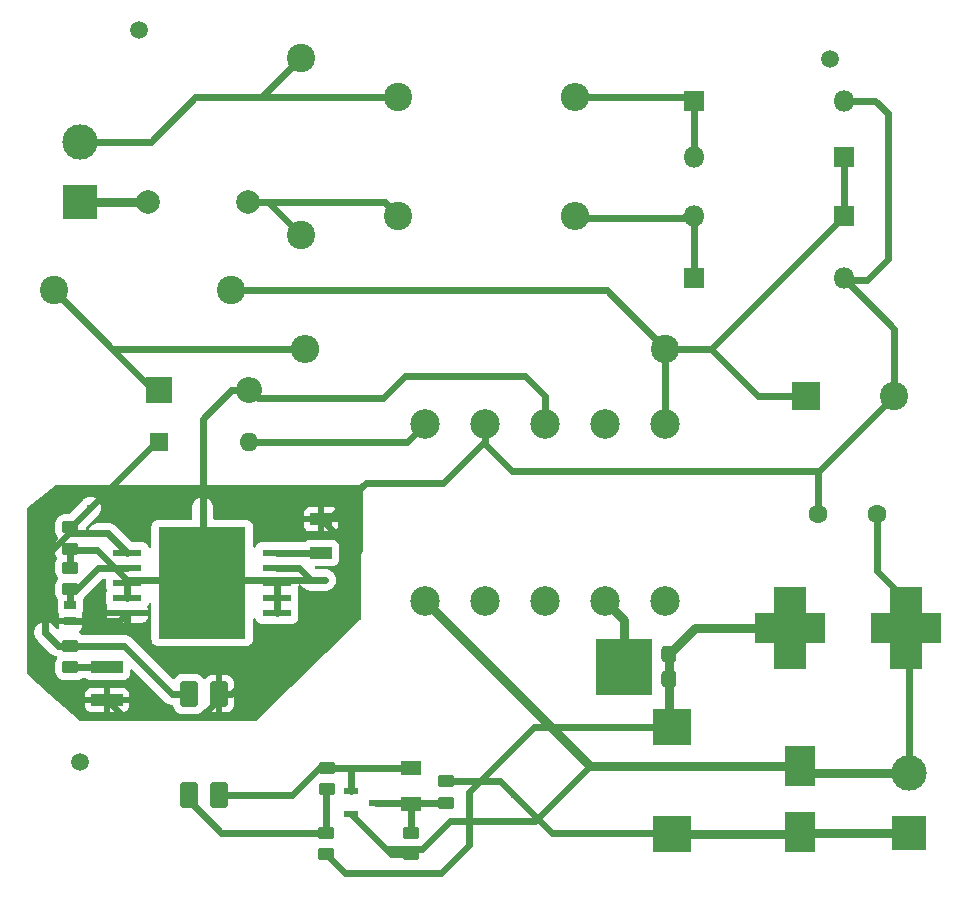
<source format=gbr>
%TF.GenerationSoftware,KiCad,Pcbnew,8.0.8*%
%TF.CreationDate,2025-03-04T11:57:41-03:00*%
%TF.ProjectId,switched_power_supply,73776974-6368-4656-945f-706f7765725f,rev?*%
%TF.SameCoordinates,Original*%
%TF.FileFunction,Copper,L1,Top*%
%TF.FilePolarity,Positive*%
%FSLAX46Y46*%
G04 Gerber Fmt 4.6, Leading zero omitted, Abs format (unit mm)*
G04 Created by KiCad (PCBNEW 8.0.8) date 2025-03-04 11:57:41*
%MOMM*%
%LPD*%
G01*
G04 APERTURE LIST*
G04 Aperture macros list*
%AMRoundRect*
0 Rectangle with rounded corners*
0 $1 Rounding radius*
0 $2 $3 $4 $5 $6 $7 $8 $9 X,Y pos of 4 corners*
0 Add a 4 corners polygon primitive as box body*
4,1,4,$2,$3,$4,$5,$6,$7,$8,$9,$2,$3,0*
0 Add four circle primitives for the rounded corners*
1,1,$1+$1,$2,$3*
1,1,$1+$1,$4,$5*
1,1,$1+$1,$6,$7*
1,1,$1+$1,$8,$9*
0 Add four rect primitives between the rounded corners*
20,1,$1+$1,$2,$3,$4,$5,0*
20,1,$1+$1,$4,$5,$6,$7,0*
20,1,$1+$1,$6,$7,$8,$9,0*
20,1,$1+$1,$8,$9,$2,$3,0*%
G04 Aperture macros list end*
%TA.AperFunction,ComponentPad*%
%ADD10R,1.800000X1.800000*%
%TD*%
%TA.AperFunction,ComponentPad*%
%ADD11O,1.800000X1.800000*%
%TD*%
%TA.AperFunction,SMDPad,CuDef*%
%ADD12RoundRect,0.250000X0.450000X-0.262500X0.450000X0.262500X-0.450000X0.262500X-0.450000X-0.262500X0*%
%TD*%
%TA.AperFunction,SMDPad,CuDef*%
%ADD13R,2.800000X2.200000*%
%TD*%
%TA.AperFunction,SMDPad,CuDef*%
%ADD14R,6.000000X2.500000*%
%TD*%
%TA.AperFunction,SMDPad,CuDef*%
%ADD15RoundRect,0.250000X-0.450000X0.262500X-0.450000X-0.262500X0.450000X-0.262500X0.450000X0.262500X0*%
%TD*%
%TA.AperFunction,ComponentPad*%
%ADD16C,2.500000*%
%TD*%
%TA.AperFunction,SMDPad,CuDef*%
%ADD17R,1.250000X0.600000*%
%TD*%
%TA.AperFunction,SMDPad,CuDef*%
%ADD18R,1.800000X1.150000*%
%TD*%
%TA.AperFunction,ComponentPad*%
%ADD19R,3.000000X3.000000*%
%TD*%
%TA.AperFunction,ComponentPad*%
%ADD20C,3.000000*%
%TD*%
%TA.AperFunction,SMDPad,CuDef*%
%ADD21RoundRect,0.317500X-0.317500X0.382500X-0.317500X-0.382500X0.317500X-0.382500X0.317500X0.382500X0*%
%TD*%
%TA.AperFunction,SMDPad,CuDef*%
%ADD22R,4.720000X4.800000*%
%TD*%
%TA.AperFunction,SMDPad,CuDef*%
%ADD23R,0.980000X0.780000*%
%TD*%
%TA.AperFunction,SMDPad,CuDef*%
%ADD24R,2.450000X0.630000*%
%TD*%
%TA.AperFunction,SMDPad,CuDef*%
%ADD25R,7.400000X9.500000*%
%TD*%
%TA.AperFunction,SMDPad,CuDef*%
%ADD26R,2.500000X3.500000*%
%TD*%
%TA.AperFunction,SMDPad,CuDef*%
%ADD27RoundRect,0.185000X0.555000X-0.890000X0.555000X0.890000X-0.555000X0.890000X-0.555000X-0.890000X0*%
%TD*%
%TA.AperFunction,ComponentPad*%
%ADD28C,2.400000*%
%TD*%
%TA.AperFunction,ComponentPad*%
%ADD29O,2.400000X2.400000*%
%TD*%
%TA.AperFunction,SMDPad,CuDef*%
%ADD30R,3.200000X3.050000*%
%TD*%
%TA.AperFunction,ComponentPad*%
%ADD31R,1.600000X1.600000*%
%TD*%
%TA.AperFunction,ComponentPad*%
%ADD32O,1.600000X1.600000*%
%TD*%
%TA.AperFunction,SMDPad,CuDef*%
%ADD33C,1.500000*%
%TD*%
%TA.AperFunction,SMDPad,CuDef*%
%ADD34R,1.870000X1.030000*%
%TD*%
%TA.AperFunction,ComponentPad*%
%ADD35R,2.400000X2.400000*%
%TD*%
%TA.AperFunction,ComponentPad*%
%ADD36R,2.200000X2.200000*%
%TD*%
%TA.AperFunction,ComponentPad*%
%ADD37O,2.200000X2.200000*%
%TD*%
%TA.AperFunction,SMDPad,CuDef*%
%ADD38R,2.720000X1.020000*%
%TD*%
%TA.AperFunction,ComponentPad*%
%ADD39C,2.000000*%
%TD*%
%TA.AperFunction,ComponentPad*%
%ADD40C,1.600000*%
%TD*%
%TA.AperFunction,ViaPad*%
%ADD41C,0.600000*%
%TD*%
%TA.AperFunction,Conductor*%
%ADD42C,0.600000*%
%TD*%
%TA.AperFunction,Conductor*%
%ADD43C,0.800000*%
%TD*%
G04 APERTURE END LIST*
D10*
%TO.P,D1d3,1,K*%
%TO.N,/BarP*%
X176700000Y-67225000D03*
D11*
%TO.P,D1d3,2,A*%
%TO.N,Net-(D1d1-K)*%
X164000000Y-67225000D03*
%TD*%
D12*
%TO.P,R2,1,1*%
%TO.N,Net-(C4-Pad1)*%
X111213800Y-105458900D03*
%TO.P,R2,2,2*%
%TO.N,/Cmp*%
X111213800Y-103633900D03*
%TD*%
D10*
%TO.P,D1d2,1,K*%
%TO.N,/BarP*%
X176700000Y-62225000D03*
D11*
%TO.P,D1d2,2,A*%
%TO.N,Net-(D1d2-A)*%
X164000000Y-62225000D03*
%TD*%
D13*
%TO.P,C9,*%
%TO.N,Terra*%
X182000000Y-99800000D03*
%TO.N,Net-(D4-K)*%
X172100000Y-99800000D03*
%TO.N,Terra*%
X182000000Y-104500000D03*
%TO.N,Net-(D4-K)*%
X172100000Y-104500000D03*
D14*
%TO.P,C9,1,1*%
X172100000Y-102150000D03*
%TO.P,C9,2,2*%
%TO.N,Terra*%
X182000000Y-102150000D03*
%TD*%
D15*
%TO.P,R8,1,1*%
%TO.N,Net-(C10-Pad2)*%
X140088500Y-119461000D03*
%TO.P,R8,2,2*%
%TO.N,Terra*%
X140088500Y-121286000D03*
%TD*%
D16*
%TO.P,T1,1*%
%TO.N,N/C*%
X161544000Y-99888500D03*
%TO.P,T1,2,2*%
%TO.N,Net-(D4-A)*%
X156464000Y-99888500D03*
%TO.P,T1,3*%
%TO.N,N/C*%
X151384000Y-99888500D03*
%TO.P,T1,4*%
X146304000Y-99888500D03*
%TO.P,T1,5,5*%
%TO.N,Terra*%
X141224000Y-99888500D03*
%TO.P,T1,6,6*%
%TO.N,Net-(D2-A)*%
X141224000Y-84888500D03*
%TO.P,T1,7,7*%
%TO.N,GND*%
X146304000Y-84888500D03*
%TO.P,T1,8,8*%
%TO.N,/Drain*%
X151384000Y-84888500D03*
%TO.P,T1,9*%
%TO.N,N/C*%
X156464000Y-84888500D03*
%TO.P,T1,10,10*%
%TO.N,/BarP*%
X161544000Y-84888500D03*
%TD*%
D17*
%TO.P,U2,1,1*%
%TO.N,Net-(U3-Cath)*%
X134974500Y-115971000D03*
%TO.P,U2,2,2*%
%TO.N,Terra*%
X134974500Y-117871000D03*
%TO.P,U2,3,3*%
%TO.N,Net-(C10-Pad2)*%
X137074500Y-116921000D03*
%TD*%
D12*
%TO.P,R5,1,1*%
%TO.N,Net-(U3-Anode)*%
X132976500Y-115801500D03*
%TO.P,R5,2,2*%
%TO.N,Net-(U3-Cath)*%
X132976500Y-113976500D03*
%TD*%
D18*
%TO.P,C10,1,1*%
%TO.N,Net-(U3-Cath)*%
X140088500Y-114024000D03*
%TO.P,C10,2,2*%
%TO.N,Net-(C10-Pad2)*%
X140088500Y-117024000D03*
%TD*%
D10*
%TO.P,D1d1,1,K*%
%TO.N,Net-(D1d1-K)*%
X164000000Y-72500000D03*
D11*
%TO.P,D1d1,2,A*%
%TO.N,GND*%
X176700000Y-72500000D03*
%TD*%
D19*
%TO.P,V1,1,1*%
%TO.N,Net-(F1-Pad1)*%
X112050000Y-66040000D03*
D20*
%TO.P,V1,2,2*%
%TO.N,Net-(C3-Pad2)*%
X112050000Y-60960000D03*
%TD*%
D21*
%TO.P,D4,1,K*%
%TO.N,Net-(D4-K)*%
X161872000Y-104370000D03*
X161872000Y-106450000D03*
D22*
%TO.P,D4,3,A*%
%TO.N,Net-(D4-A)*%
X158067000Y-105410000D03*
%TD*%
D23*
%TO.P,C2,1,1*%
%TO.N,/Osc*%
X111213800Y-100163400D03*
%TO.P,C2,2,2*%
%TO.N,GND*%
X111213800Y-101563400D03*
%TD*%
D24*
%TO.P,IC1,1,NC_1*%
%TO.N,Net-(IC1-NC_1)*%
X128699800Y-100863400D03*
%TO.P,IC1,2,NC_2*%
X128699800Y-99593400D03*
%TO.P,IC1,3,NC_3*%
X128699800Y-98323400D03*
%TO.P,IC1,4,VDD*%
%TO.N,/Vdd*%
X128699800Y-97053400D03*
%TO.P,IC1,5,TOVL*%
%TO.N,/TOVL*%
X128699800Y-95783400D03*
%TO.P,IC1,6,COMP*%
%TO.N,/Cmp*%
X116039800Y-95783400D03*
%TO.P,IC1,7,OSC*%
%TO.N,/Osc*%
X116039800Y-97053400D03*
%TO.P,IC1,8,NC_4*%
%TO.N,Net-(IC1-NC_4)*%
X116039800Y-98323400D03*
%TO.P,IC1,9,NC_5*%
X116039800Y-99593400D03*
%TO.P,IC1,10,SOURCE*%
%TO.N,GND*%
X116039800Y-100863400D03*
D25*
%TO.P,IC1,11,DRAIN*%
%TO.N,/Drain*%
X122369800Y-98323400D03*
%TD*%
D15*
%TO.P,R1,1,1*%
%TO.N,/Vdd*%
X111213800Y-97029900D03*
%TO.P,R1,2,2*%
%TO.N,/Osc*%
X111213800Y-98854900D03*
%TD*%
D26*
%TO.P,C11,1,1*%
%TO.N,/Vout*%
X173024800Y-119436800D03*
%TO.P,C11,2,2*%
%TO.N,Terra*%
X173024800Y-113836800D03*
%TD*%
D27*
%TO.P,U3,1,Anode*%
%TO.N,Net-(U3-Anode)*%
X121262300Y-116280000D03*
%TO.P,U3,2,Cath*%
%TO.N,Net-(U3-Cath)*%
X123802300Y-116280000D03*
%TO.P,U3,3,Emitter*%
%TO.N,GND*%
X123802300Y-107720000D03*
%TO.P,U3,4,Collector*%
%TO.N,/Cmp*%
X121262300Y-107720000D03*
%TD*%
D28*
%TO.P,R4,1,1*%
%TO.N,/BarP*%
X161595000Y-78500000D03*
D29*
%TO.P,R4,2,2*%
%TO.N,Net-(D3-K)*%
X131115000Y-78500000D03*
%TD*%
D10*
%TO.P,D1d4,1,K*%
%TO.N,Net-(D1d2-A)*%
X164000000Y-57500000D03*
D11*
%TO.P,D1d4,2,A*%
%TO.N,GND*%
X176700000Y-57500000D03*
%TD*%
D28*
%TO.P,C3,1,1*%
%TO.N,Net-(C3-Pad1)*%
X130700000Y-68850000D03*
%TO.P,C3,2,2*%
%TO.N,Net-(C3-Pad2)*%
X130700000Y-53850000D03*
%TD*%
D19*
%TO.P,V2,1,1*%
%TO.N,/Vout*%
X182245000Y-119507000D03*
D20*
%TO.P,V2,2,2*%
%TO.N,Terra*%
X182245000Y-114427000D03*
%TD*%
D28*
%TO.P,C3b1,1,1*%
%TO.N,/BarP*%
X124800000Y-73550000D03*
%TO.P,C3b1,2,2*%
%TO.N,Net-(D3-K)*%
X109800000Y-73550000D03*
%TD*%
D30*
%TO.P,L2,1*%
%TO.N,Net-(D4-K)*%
X162179000Y-110562000D03*
%TO.P,L2,2*%
%TO.N,/Vout*%
X162179000Y-119562000D03*
%TD*%
D31*
%TO.P,D2,1,K*%
%TO.N,Net-(D2-K)*%
X118745000Y-86360000D03*
D32*
%TO.P,D2,2,A*%
%TO.N,Net-(D2-A)*%
X126365000Y-86360000D03*
%TD*%
D33*
%TO.P,REF\u002A\u002A,*%
%TO.N,*%
X112000000Y-113500000D03*
%TD*%
%TO.P,REF\u002A\u002A,*%
%TO.N,*%
X117000000Y-51500000D03*
%TD*%
D34*
%TO.P,C6,1,1*%
%TO.N,/TOVL*%
X132422800Y-95783400D03*
%TO.P,C6,2,2*%
%TO.N,GND*%
X132422800Y-92943400D03*
%TD*%
D35*
%TO.P,C7,1,1*%
%TO.N,/BarP*%
X173487246Y-82500000D03*
D28*
%TO.P,C7,2,2*%
%TO.N,GND*%
X180987246Y-82500000D03*
%TD*%
D36*
%TO.P,D3,1,K*%
%TO.N,Net-(D3-K)*%
X118745000Y-82000000D03*
D37*
%TO.P,D3,2,A*%
%TO.N,/Drain*%
X126365000Y-82000000D03*
%TD*%
D12*
%TO.P,R3,1,1*%
%TO.N,/Vdd*%
X111213800Y-95449400D03*
%TO.P,R3,2,2*%
%TO.N,Net-(D2-K)*%
X111213800Y-93624400D03*
%TD*%
%TO.P,R6,1,1*%
%TO.N,Net-(D4-K)*%
X132849500Y-121286000D03*
%TO.P,R6,2,2*%
%TO.N,Net-(U3-Anode)*%
X132849500Y-119461000D03*
%TD*%
D38*
%TO.P,C4,1,1*%
%TO.N,Net-(C4-Pad1)*%
X114300000Y-105450000D03*
%TO.P,C4,2,2*%
%TO.N,GND*%
X114300000Y-108250000D03*
%TD*%
D39*
%TO.P,F1,1,1*%
%TO.N,Net-(F1-Pad1)*%
X117750000Y-66110000D03*
%TO.P,F1,2,2*%
%TO.N,Net-(C3-Pad1)*%
X126250000Y-66110000D03*
%TD*%
D33*
%TO.P,REF\u002A\u002A,*%
%TO.N,*%
X175500000Y-54000000D03*
%TD*%
D40*
%TO.P,C5,1,1*%
%TO.N,GND*%
X174500000Y-92500000D03*
%TO.P,C5,2,2*%
%TO.N,Terra*%
X179500000Y-92500000D03*
%TD*%
D28*
%TO.P,L1,1,1*%
%TO.N,Net-(C3-Pad2)*%
X138975000Y-57225000D03*
D29*
%TO.P,L1,2,2*%
%TO.N,Net-(D1d2-A)*%
X153975000Y-57225000D03*
D28*
%TO.P,L1,3,3*%
%TO.N,Net-(C3-Pad1)*%
X138975000Y-67225000D03*
D29*
%TO.P,L1,4,4*%
%TO.N,Net-(D1d1-K)*%
X153975000Y-67225000D03*
%TD*%
D15*
%TO.P,R7,1,1*%
%TO.N,/Vout*%
X143009500Y-115119500D03*
%TO.P,R7,2,2*%
%TO.N,Net-(C10-Pad2)*%
X143009500Y-116944500D03*
%TD*%
D41*
%TO.N,/Drain*%
X122400000Y-92000000D03*
%TO.N,/Cmp*%
X109054800Y-102514400D03*
X113626800Y-94132400D03*
%TO.N,/Vdd*%
X132803800Y-98069400D03*
X113499800Y-95529400D03*
%TO.N,Net-(D2-K)*%
X112900000Y-91950000D03*
%TO.N,Net-(D4-K)*%
X145000000Y-120000000D03*
X156000000Y-110500000D03*
%TO.N,/Vout*%
X148750000Y-116250000D03*
%TD*%
D42*
%TO.N,GND*%
X117769800Y-103973400D02*
X116039800Y-102243400D01*
X133146600Y-92943400D02*
X132422800Y-92943400D01*
X142750000Y-89880000D02*
X136210000Y-89880000D01*
X146304000Y-86326000D02*
X142750000Y-89880000D01*
X123802300Y-107720000D02*
X124850257Y-107720000D01*
X134257800Y-94778400D02*
X132422800Y-92943400D01*
X134257800Y-98312457D02*
X134257800Y-94778400D01*
X116039800Y-102243400D02*
X116039800Y-100863400D01*
X115745000Y-109695000D02*
X122271846Y-109695000D01*
X114300000Y-108250000D02*
X115745000Y-109695000D01*
X122271846Y-109695000D02*
X123802300Y-108164546D01*
X136210000Y-89880000D02*
X133146600Y-92943400D01*
X123802300Y-108164546D02*
X123802300Y-107720000D01*
X116039800Y-100863400D02*
X115339800Y-101563400D01*
X124850257Y-107720000D02*
X134257800Y-98312457D01*
X128596856Y-103973400D02*
X117769800Y-103973400D01*
X146304000Y-84888500D02*
X146304000Y-86326000D01*
X129110128Y-103460128D02*
X128596856Y-103973400D01*
X115339800Y-101563400D02*
X111213800Y-101563400D01*
%TO.N,/Drain*%
X122400000Y-92000000D02*
X122400000Y-98293200D01*
X122400000Y-98293200D02*
X122369800Y-98323400D01*
%TO.N,/Cmp*%
X111213800Y-103633900D02*
X110174300Y-103633900D01*
X110174300Y-103633900D02*
X109054800Y-102514400D01*
X115733244Y-103633900D02*
X111213800Y-103633900D01*
X116039800Y-95783400D02*
X114388800Y-94132400D01*
X121262300Y-107720000D02*
X119819344Y-107720000D01*
X114388800Y-94132400D02*
X113626800Y-94132400D01*
X119819344Y-107720000D02*
X115733244Y-103633900D01*
%TO.N,/Osc*%
X111213800Y-98854900D02*
X111213800Y-100163400D01*
X113536074Y-97053400D02*
X111734574Y-98854900D01*
X111734574Y-98854900D02*
X111213800Y-98854900D01*
X116039800Y-97053400D02*
X113536074Y-97053400D01*
%TO.N,/Vdd*%
X111213800Y-95529400D02*
X111213800Y-97029900D01*
X130587800Y-97053400D02*
X131603800Y-98069400D01*
X131603800Y-98069400D02*
X132803800Y-98069400D01*
X113499800Y-95529400D02*
X111213800Y-95529400D01*
X128699800Y-97053400D02*
X130587800Y-97053400D01*
X111213800Y-97029900D02*
X111213800Y-95449400D01*
%TO.N,/TOVL*%
X128699800Y-95783400D02*
X132549800Y-95783400D01*
%TO.N,Net-(C10-Pad2)*%
X140088500Y-119461000D02*
X140088500Y-117024000D01*
X137074500Y-116921000D02*
X139985500Y-116921000D01*
X140168000Y-116944500D02*
X140088500Y-117024000D01*
X143009500Y-116944500D02*
X140168000Y-116944500D01*
X139985500Y-116921000D02*
X140088500Y-117024000D01*
%TO.N,Net-(U3-Cath)*%
X134974500Y-115971000D02*
X134974500Y-113976500D01*
X132298500Y-113976500D02*
X129995000Y-116280000D01*
X132976500Y-113976500D02*
X140041000Y-113976500D01*
X129995000Y-116280000D02*
X123802300Y-116280000D01*
X134974500Y-113976500D02*
X132976500Y-113976500D01*
X140041000Y-113976500D02*
X140088500Y-114024000D01*
X133000000Y-114000000D02*
X132976500Y-113976500D01*
X132976500Y-113976500D02*
X132298500Y-113976500D01*
%TO.N,Terra*%
X179500000Y-92500000D02*
X179500000Y-97300000D01*
D43*
X182245000Y-114427000D02*
X173615000Y-114427000D01*
D42*
X138389500Y-121286000D02*
X140088500Y-121286000D01*
D43*
X173615000Y-114427000D02*
X173024800Y-113836800D01*
D42*
X137977000Y-120873500D02*
X134974500Y-117871000D01*
X141021774Y-120873500D02*
X137977000Y-120873500D01*
X134974500Y-117871000D02*
X138389500Y-121286000D01*
X179500000Y-97300000D02*
X182000000Y-99800000D01*
X182245000Y-102395000D02*
X182245000Y-113937000D01*
X150509100Y-118500000D02*
X143395274Y-118500000D01*
X155172300Y-113836800D02*
X150509100Y-118500000D01*
X182245000Y-113937000D02*
X182000000Y-114182000D01*
X143395274Y-118500000D02*
X141021774Y-120873500D01*
D43*
X155172300Y-113836800D02*
X173024800Y-113836800D01*
X141224000Y-99888500D02*
X155172300Y-113836800D01*
D42*
%TO.N,Net-(U3-Anode)*%
X121262300Y-116724546D02*
X123998754Y-119461000D01*
X123998754Y-119461000D02*
X132849500Y-119461000D01*
X132328726Y-119461000D02*
X132849500Y-119461000D01*
X132849500Y-115928500D02*
X132976500Y-115801500D01*
X121262300Y-116280000D02*
X121262300Y-116724546D01*
X132849500Y-119461000D02*
X132849500Y-115928500D01*
%TO.N,Net-(C4-Pad1)*%
X111213800Y-105458900D02*
X114291100Y-105458900D01*
X114291100Y-105458900D02*
X114300000Y-105450000D01*
%TO.N,Net-(D2-K)*%
X111213800Y-93624400D02*
X111225600Y-93624400D01*
X111225600Y-93624400D02*
X112900000Y-91950000D01*
X118682200Y-86360000D02*
X118745000Y-86360000D01*
%TO.N,Net-(D4-K)*%
X142610000Y-122890000D02*
X145000000Y-120500000D01*
X145000000Y-120500000D02*
X145000000Y-120000000D01*
D43*
X161872000Y-110255000D02*
X162179000Y-110562000D01*
D42*
X134453500Y-122890000D02*
X132849500Y-121286000D01*
X142610000Y-122890000D02*
X134453500Y-122890000D01*
X156000000Y-110500000D02*
X157000000Y-110500000D01*
D43*
X172100000Y-102150000D02*
X164092000Y-102150000D01*
D42*
X157062000Y-110562000D02*
X162179000Y-110562000D01*
D43*
X161872000Y-106450000D02*
X161872000Y-110255000D01*
D42*
X157000000Y-110500000D02*
X157062000Y-110562000D01*
D43*
X164092000Y-102150000D02*
X161872000Y-104370000D01*
X161872000Y-104370000D02*
X161872000Y-106450000D01*
%TO.N,/Vout*%
X173029000Y-119562000D02*
X173101000Y-119634000D01*
X182245000Y-119507000D02*
X173228000Y-119507000D01*
D42*
X147617600Y-115117600D02*
X143011400Y-115117600D01*
D43*
X162179000Y-119562000D02*
X173029000Y-119562000D01*
X143011400Y-115117600D02*
X143009500Y-115119500D01*
D42*
X148750000Y-116250000D02*
X147617600Y-115117600D01*
D43*
X173228000Y-119507000D02*
X173101000Y-119634000D01*
%TO.N,Net-(D4-A)*%
X158067000Y-101491500D02*
X156464000Y-99888500D01*
X158067000Y-105410000D02*
X158067000Y-101491500D01*
D42*
%TO.N,Net-(IC1-NC_1)*%
X128699800Y-98323400D02*
X128699800Y-100863400D01*
%TO.N,Net-(IC1-NC_4)*%
X116039800Y-98323400D02*
X116039800Y-99593400D01*
%TD*%
%TA.AperFunction,Conductor*%
%TO.N,GND*%
G36*
X135943039Y-90019685D02*
G01*
X135988794Y-90072489D01*
X136000000Y-90124000D01*
X136000000Y-95576487D01*
X135986485Y-95632782D01*
X135909434Y-95784003D01*
X135909433Y-95784005D01*
X135909432Y-95784008D01*
X135895335Y-95827395D01*
X135836446Y-96008631D01*
X135799500Y-96241902D01*
X135799500Y-101343862D01*
X135779815Y-101410901D01*
X135762191Y-101432523D01*
X127036142Y-109964661D01*
X126974446Y-109997455D01*
X126949451Y-110000000D01*
X112047145Y-110000000D01*
X111980106Y-109980315D01*
X111964764Y-109968679D01*
X110658825Y-108807844D01*
X112440000Y-108807844D01*
X112446401Y-108867372D01*
X112446403Y-108867379D01*
X112496645Y-109002086D01*
X112496649Y-109002093D01*
X112582809Y-109117187D01*
X112582812Y-109117190D01*
X112697906Y-109203350D01*
X112697913Y-109203354D01*
X112832620Y-109253596D01*
X112832627Y-109253598D01*
X112892155Y-109259999D01*
X112892172Y-109260000D01*
X114050000Y-109260000D01*
X114550000Y-109260000D01*
X115707828Y-109260000D01*
X115707844Y-109259999D01*
X115767372Y-109253598D01*
X115767379Y-109253596D01*
X115902086Y-109203354D01*
X115902093Y-109203350D01*
X116017187Y-109117190D01*
X116017190Y-109117187D01*
X116103350Y-109002093D01*
X116103354Y-109002086D01*
X116153596Y-108867379D01*
X116153598Y-108867372D01*
X116159999Y-108807844D01*
X116160000Y-108807827D01*
X116160000Y-108500000D01*
X114550000Y-108500000D01*
X114550000Y-109260000D01*
X114050000Y-109260000D01*
X114050000Y-108500000D01*
X112440000Y-108500000D01*
X112440000Y-108807844D01*
X110658825Y-108807844D01*
X109403675Y-107692155D01*
X112440000Y-107692155D01*
X112440000Y-108000000D01*
X114050000Y-108000000D01*
X114550000Y-108000000D01*
X116160000Y-108000000D01*
X116160000Y-107692172D01*
X116159999Y-107692155D01*
X116153598Y-107632627D01*
X116153596Y-107632620D01*
X116103354Y-107497913D01*
X116103350Y-107497906D01*
X116017190Y-107382812D01*
X116017187Y-107382809D01*
X115902093Y-107296649D01*
X115902086Y-107296645D01*
X115767379Y-107246403D01*
X115767372Y-107246401D01*
X115707844Y-107240000D01*
X114550000Y-107240000D01*
X114550000Y-108000000D01*
X114050000Y-108000000D01*
X114050000Y-107240000D01*
X112892155Y-107240000D01*
X112832627Y-107246401D01*
X112832620Y-107246403D01*
X112697913Y-107296645D01*
X112697906Y-107296649D01*
X112582812Y-107382809D01*
X112582809Y-107382812D01*
X112496649Y-107497906D01*
X112496645Y-107497913D01*
X112446403Y-107632620D01*
X112446401Y-107632627D01*
X112440000Y-107692155D01*
X109403675Y-107692155D01*
X107541619Y-106036994D01*
X107504591Y-105977743D01*
X107500000Y-105944315D01*
X107500000Y-102514399D01*
X108149340Y-102514399D01*
X108153621Y-102555131D01*
X108154300Y-102568092D01*
X108154300Y-102603092D01*
X108162439Y-102644014D01*
X108164141Y-102655239D01*
X108168794Y-102699500D01*
X108169126Y-102702656D01*
X108179115Y-102733400D01*
X108179703Y-102735207D01*
X108183387Y-102749327D01*
X108187103Y-102768005D01*
X108188905Y-102777065D01*
X108188906Y-102777070D01*
X108207441Y-102821817D01*
X108210811Y-102830950D01*
X108227620Y-102882682D01*
X108241371Y-102906500D01*
X108248543Y-102921044D01*
X108256786Y-102940944D01*
X108256788Y-102940947D01*
X108287426Y-102986802D01*
X108291710Y-102993690D01*
X108322267Y-103046616D01*
X108336155Y-103062040D01*
X108347107Y-103076121D01*
X108355335Y-103088435D01*
X108399083Y-103132183D01*
X108403552Y-103136892D01*
X108448929Y-103187288D01*
X108460267Y-103195525D01*
X108475061Y-103208161D01*
X109600266Y-104333366D01*
X109659336Y-104372833D01*
X109659339Y-104372836D01*
X109675064Y-104383343D01*
X109747753Y-104431913D01*
X109829693Y-104465853D01*
X109911634Y-104499795D01*
X109987715Y-104514928D01*
X110049624Y-104547312D01*
X110084199Y-104608027D01*
X110080460Y-104677797D01*
X110060172Y-104714230D01*
X110042957Y-104735646D01*
X109960764Y-104901376D01*
X109960763Y-104901378D01*
X109916117Y-105080900D01*
X109913300Y-105122448D01*
X109913300Y-105795351D01*
X109916117Y-105836899D01*
X109960763Y-106016421D01*
X109960764Y-106016423D01*
X110042956Y-106182150D01*
X110158859Y-106326340D01*
X110199988Y-106359400D01*
X110303047Y-106442242D01*
X110468779Y-106524437D01*
X110648301Y-106569082D01*
X110648302Y-106569082D01*
X110648305Y-106569083D01*
X110689846Y-106571900D01*
X110689848Y-106571900D01*
X111737752Y-106571900D01*
X111737754Y-106571900D01*
X111779295Y-106569083D01*
X111958821Y-106524437D01*
X112124553Y-106442242D01*
X112154914Y-106417837D01*
X112193585Y-106386753D01*
X112258168Y-106360094D01*
X112271272Y-106359400D01*
X112431986Y-106359400D01*
X112499025Y-106379085D01*
X112507472Y-106385024D01*
X112637157Y-106484535D01*
X112637158Y-106484535D01*
X112637159Y-106484536D01*
X112783238Y-106545044D01*
X112900639Y-106560500D01*
X115699360Y-106560499D01*
X115699363Y-106560499D01*
X115816753Y-106545046D01*
X115816757Y-106545044D01*
X115816762Y-106545044D01*
X115962841Y-106484536D01*
X116088282Y-106388282D01*
X116184536Y-106262841D01*
X116245044Y-106116762D01*
X116260500Y-105999361D01*
X116260499Y-105734015D01*
X116280183Y-105666978D01*
X116332987Y-105621223D01*
X116402146Y-105611279D01*
X116465701Y-105640304D01*
X116472180Y-105646336D01*
X119245310Y-108419466D01*
X119304380Y-108458933D01*
X119304383Y-108458936D01*
X119365839Y-108500000D01*
X119392797Y-108518013D01*
X119474737Y-108551953D01*
X119556678Y-108585895D01*
X119730647Y-108620499D01*
X119730651Y-108620500D01*
X119730652Y-108620500D01*
X119730653Y-108620500D01*
X119807200Y-108620500D01*
X119874239Y-108640185D01*
X119919994Y-108692989D01*
X119930420Y-108730617D01*
X119936648Y-108785893D01*
X119995111Y-108952973D01*
X120038586Y-109022162D01*
X120089286Y-109102850D01*
X120214450Y-109228014D01*
X120364328Y-109322189D01*
X120531404Y-109380651D01*
X120531407Y-109380652D01*
X120610811Y-109389598D01*
X120663191Y-109395500D01*
X121861408Y-109395499D01*
X121861410Y-109395499D01*
X121861411Y-109395498D01*
X121993196Y-109380651D01*
X122160272Y-109322189D01*
X122310150Y-109228014D01*
X122435314Y-109102850D01*
X122486014Y-109022160D01*
X122538347Y-108975871D01*
X122607401Y-108965222D01*
X122671249Y-108993597D01*
X122697122Y-109023981D01*
X122704119Y-109035556D01*
X122821741Y-109153178D01*
X122964105Y-109239240D01*
X122964104Y-109239240D01*
X123122917Y-109288727D01*
X123122915Y-109288727D01*
X123191939Y-109294999D01*
X123552299Y-109294999D01*
X124052300Y-109294999D01*
X124412669Y-109294999D01*
X124481675Y-109288729D01*
X124481682Y-109288727D01*
X124640495Y-109239240D01*
X124782858Y-109153178D01*
X124900478Y-109035558D01*
X124986540Y-108893195D01*
X125036027Y-108734383D01*
X125042300Y-108665360D01*
X125042300Y-107970000D01*
X124052300Y-107970000D01*
X124052300Y-109294999D01*
X123552299Y-109294999D01*
X123552300Y-109294998D01*
X123552300Y-107470000D01*
X124052300Y-107470000D01*
X125042299Y-107470000D01*
X125042299Y-106774629D01*
X125036029Y-106705624D01*
X125036027Y-106705617D01*
X124986540Y-106546804D01*
X124900478Y-106404441D01*
X124782858Y-106286821D01*
X124640494Y-106200759D01*
X124640495Y-106200759D01*
X124481682Y-106151272D01*
X124481684Y-106151272D01*
X124412660Y-106145000D01*
X124052300Y-106145000D01*
X124052300Y-107470000D01*
X123552300Y-107470000D01*
X123552300Y-106145000D01*
X123191929Y-106145000D01*
X123122924Y-106151270D01*
X123122917Y-106151272D01*
X122964104Y-106200759D01*
X122821741Y-106286821D01*
X122704122Y-106404440D01*
X122704119Y-106404444D01*
X122697121Y-106416020D01*
X122645590Y-106463205D01*
X122576730Y-106475040D01*
X122512403Y-106447768D01*
X122486013Y-106417837D01*
X122435314Y-106337150D01*
X122310150Y-106211986D01*
X122262671Y-106182153D01*
X122160274Y-106117812D01*
X122160273Y-106117811D01*
X122160272Y-106117811D01*
X122104580Y-106098323D01*
X121993192Y-106059347D01*
X121861413Y-106044500D01*
X120663189Y-106044500D01*
X120663185Y-106044501D01*
X120531406Y-106059348D01*
X120364326Y-106117811D01*
X120214449Y-106211986D01*
X120089286Y-106337149D01*
X120089284Y-106337152D01*
X120025650Y-106438424D01*
X119973315Y-106484715D01*
X119904262Y-106495362D01*
X119840414Y-106466987D01*
X119832976Y-106460132D01*
X116307283Y-102934438D01*
X116307275Y-102934432D01*
X116229827Y-102882683D01*
X116229826Y-102882683D01*
X116159788Y-102835885D01*
X116159786Y-102835884D01*
X116077851Y-102801946D01*
X116077850Y-102801946D01*
X115995910Y-102768005D01*
X115995902Y-102768003D01*
X115821940Y-102733400D01*
X115821936Y-102733400D01*
X115821935Y-102733400D01*
X112271272Y-102733400D01*
X112204233Y-102713715D01*
X112193585Y-102706047D01*
X112124553Y-102650557D01*
X111993732Y-102585677D01*
X111942419Y-102538256D01*
X111924889Y-102470621D01*
X111946709Y-102404246D01*
X111974515Y-102375322D01*
X112060991Y-102310586D01*
X112147150Y-102195493D01*
X112147154Y-102195486D01*
X112197396Y-102060779D01*
X112197398Y-102060772D01*
X112203799Y-102001244D01*
X112203800Y-102001227D01*
X112203800Y-101813400D01*
X110223800Y-101813400D01*
X110223800Y-102001244D01*
X110230201Y-102060772D01*
X110230203Y-102060782D01*
X110242484Y-102093708D01*
X110247468Y-102163399D01*
X110213982Y-102224722D01*
X110152659Y-102258206D01*
X110082967Y-102253221D01*
X110038621Y-102224721D01*
X109710515Y-101896615D01*
X109706045Y-101891905D01*
X109660675Y-101841515D01*
X109660671Y-101841512D01*
X109649331Y-101833273D01*
X109634538Y-101820638D01*
X109628836Y-101814936D01*
X109628832Y-101814933D01*
X109628831Y-101814932D01*
X109571821Y-101776839D01*
X109567828Y-101774057D01*
X109544777Y-101757310D01*
X109507530Y-101730249D01*
X109500881Y-101727288D01*
X109482436Y-101717116D01*
X109481822Y-101716705D01*
X109481346Y-101716387D01*
X109445259Y-101701439D01*
X109411784Y-101687573D01*
X109408839Y-101686307D01*
X109334604Y-101653256D01*
X109334418Y-101653216D01*
X109334094Y-101653147D01*
X109323432Y-101649837D01*
X109323300Y-101650274D01*
X109317467Y-101648505D01*
X109237022Y-101632503D01*
X109235433Y-101632176D01*
X109149450Y-101613900D01*
X109149446Y-101613900D01*
X108960154Y-101613900D01*
X108874106Y-101632189D01*
X108872517Y-101632515D01*
X108792133Y-101648504D01*
X108786308Y-101650271D01*
X108786178Y-101649843D01*
X108775526Y-101653143D01*
X108775002Y-101653254D01*
X108774998Y-101653255D01*
X108700771Y-101686302D01*
X108697794Y-101687581D01*
X108628253Y-101716388D01*
X108628250Y-101716389D01*
X108627142Y-101717130D01*
X108608721Y-101727286D01*
X108602079Y-101730243D01*
X108602073Y-101730247D01*
X108541793Y-101774041D01*
X108537804Y-101776821D01*
X108480767Y-101814933D01*
X108480755Y-101814943D01*
X108475051Y-101820647D01*
X108460268Y-101833272D01*
X108448936Y-101841505D01*
X108448926Y-101841514D01*
X108403551Y-101891907D01*
X108399086Y-101896612D01*
X108355339Y-101940360D01*
X108355332Y-101940368D01*
X108347108Y-101952677D01*
X108336161Y-101966752D01*
X108322268Y-101982182D01*
X108322267Y-101982183D01*
X108291707Y-102035113D01*
X108287426Y-102041997D01*
X108256787Y-102087854D01*
X108248542Y-102107757D01*
X108241375Y-102122290D01*
X108227620Y-102146116D01*
X108227618Y-102146121D01*
X108210810Y-102197849D01*
X108207442Y-102206980D01*
X108188905Y-102251733D01*
X108188903Y-102251741D01*
X108183388Y-102279467D01*
X108179702Y-102293593D01*
X108169126Y-102326143D01*
X108169125Y-102326146D01*
X108164141Y-102373560D01*
X108162439Y-102384784D01*
X108154300Y-102425707D01*
X108154300Y-102460706D01*
X108153621Y-102473666D01*
X108149340Y-102514399D01*
X107500000Y-102514399D01*
X107500000Y-93287948D01*
X109913300Y-93287948D01*
X109913300Y-93960851D01*
X109916117Y-94002399D01*
X109960763Y-94181921D01*
X109960764Y-94181923D01*
X110042956Y-94347650D01*
X110042957Y-94347651D01*
X110042958Y-94347653D01*
X110120659Y-94444316D01*
X110132633Y-94459212D01*
X110159292Y-94523796D01*
X110146802Y-94592540D01*
X110132633Y-94614588D01*
X110042956Y-94726149D01*
X109960764Y-94891876D01*
X109960763Y-94891878D01*
X109916117Y-95071400D01*
X109913300Y-95112948D01*
X109913300Y-95785851D01*
X109916117Y-95827399D01*
X109960763Y-96006921D01*
X109960764Y-96006923D01*
X110042957Y-96172652D01*
X110043093Y-96172865D01*
X110043136Y-96173013D01*
X110045945Y-96178677D01*
X110044930Y-96179180D01*
X110062615Y-96239952D01*
X110044945Y-96300127D01*
X110045945Y-96300623D01*
X110043137Y-96306284D01*
X110043093Y-96306435D01*
X110042957Y-96306647D01*
X109960764Y-96472376D01*
X109960763Y-96472378D01*
X109916117Y-96651900D01*
X109913300Y-96693448D01*
X109913300Y-97366351D01*
X109916117Y-97407899D01*
X109960763Y-97587421D01*
X109960764Y-97587423D01*
X110042956Y-97753150D01*
X110042957Y-97753151D01*
X110042958Y-97753153D01*
X110132633Y-97864712D01*
X110159292Y-97929296D01*
X110146802Y-97998040D01*
X110132634Y-98020085D01*
X110092995Y-98069399D01*
X110042956Y-98131649D01*
X109960764Y-98297376D01*
X109960763Y-98297378D01*
X109916117Y-98476900D01*
X109913300Y-98518448D01*
X109913300Y-99191351D01*
X109916117Y-99232899D01*
X109960763Y-99412421D01*
X109960764Y-99412423D01*
X110042955Y-99578148D01*
X110042956Y-99578149D01*
X110042958Y-99578153D01*
X110096445Y-99644694D01*
X110123104Y-99709276D01*
X110123533Y-99730488D01*
X110123300Y-99734043D01*
X110123300Y-100592763D01*
X110138753Y-100710153D01*
X110138757Y-100710165D01*
X110199261Y-100856236D01*
X110199264Y-100856241D01*
X110230930Y-100897509D01*
X110256124Y-100962678D01*
X110248737Y-101016326D01*
X110230203Y-101066020D01*
X110230201Y-101066027D01*
X110223800Y-101125555D01*
X110223800Y-101313400D01*
X112203800Y-101313400D01*
X112203800Y-101226244D01*
X114314800Y-101226244D01*
X114321201Y-101285772D01*
X114321203Y-101285779D01*
X114371445Y-101420486D01*
X114371449Y-101420493D01*
X114457609Y-101535587D01*
X114457612Y-101535590D01*
X114572706Y-101621750D01*
X114572713Y-101621754D01*
X114707420Y-101671996D01*
X114707427Y-101671998D01*
X114766955Y-101678399D01*
X114766972Y-101678400D01*
X115789800Y-101678400D01*
X116289800Y-101678400D01*
X117312628Y-101678400D01*
X117312644Y-101678399D01*
X117372172Y-101671998D01*
X117372179Y-101671996D01*
X117506886Y-101621754D01*
X117506893Y-101621750D01*
X117621987Y-101535590D01*
X117621990Y-101535587D01*
X117708150Y-101420493D01*
X117708154Y-101420486D01*
X117758396Y-101285779D01*
X117758398Y-101285772D01*
X117764799Y-101226244D01*
X117764800Y-101226227D01*
X117764800Y-101113400D01*
X116289800Y-101113400D01*
X116289800Y-101678400D01*
X115789800Y-101678400D01*
X115789800Y-101113400D01*
X114314800Y-101113400D01*
X114314800Y-101226244D01*
X112203800Y-101226244D01*
X112203800Y-101125572D01*
X112203799Y-101125555D01*
X112197397Y-101066022D01*
X112197397Y-101066020D01*
X112178863Y-101016330D01*
X112173877Y-100946639D01*
X112196666Y-100897513D01*
X112228336Y-100856241D01*
X112288844Y-100710162D01*
X112304300Y-100592761D01*
X112304299Y-99734040D01*
X112304297Y-99734028D01*
X112304066Y-99730503D01*
X112319317Y-99662318D01*
X112331145Y-99644703D01*
X112384642Y-99578153D01*
X112466837Y-99412421D01*
X112466838Y-99412413D01*
X112466878Y-99412309D01*
X112466944Y-99412204D01*
X112469825Y-99406397D01*
X112470456Y-99406710D01*
X112495593Y-99367379D01*
X113872754Y-97990219D01*
X113934077Y-97956734D01*
X113960435Y-97953900D01*
X114090300Y-97953900D01*
X114157339Y-97973585D01*
X114203094Y-98026389D01*
X114214300Y-98077900D01*
X114214300Y-98677763D01*
X114229753Y-98795153D01*
X114229756Y-98795162D01*
X114277715Y-98910948D01*
X114285184Y-98980417D01*
X114277715Y-99005852D01*
X114229757Y-99121634D01*
X114229755Y-99121639D01*
X114214300Y-99239038D01*
X114214300Y-99947763D01*
X114229753Y-100065153D01*
X114229756Y-100065162D01*
X114290264Y-100211242D01*
X114326950Y-100259052D01*
X114352144Y-100324221D01*
X114344756Y-100377871D01*
X114321203Y-100441019D01*
X114321201Y-100441027D01*
X114314800Y-100500555D01*
X114314800Y-100613400D01*
X117764800Y-100613400D01*
X117764800Y-100500572D01*
X117764799Y-100500555D01*
X117758398Y-100441027D01*
X117758396Y-100441020D01*
X117734843Y-100377870D01*
X117729859Y-100308179D01*
X117752649Y-100259052D01*
X117789336Y-100211241D01*
X117830741Y-100111279D01*
X117874579Y-100056881D01*
X117940873Y-100034815D01*
X118008572Y-100052094D01*
X118056183Y-100103230D01*
X118069300Y-100158736D01*
X118069300Y-103112763D01*
X118084753Y-103230153D01*
X118084756Y-103230162D01*
X118145264Y-103376241D01*
X118241518Y-103501682D01*
X118366959Y-103597936D01*
X118513038Y-103658444D01*
X118630439Y-103673900D01*
X126109160Y-103673899D01*
X126109163Y-103673899D01*
X126226553Y-103658446D01*
X126226557Y-103658444D01*
X126226562Y-103658444D01*
X126372641Y-103597936D01*
X126498082Y-103501682D01*
X126594336Y-103376241D01*
X126654844Y-103230162D01*
X126670300Y-103112761D01*
X126670299Y-101428734D01*
X126689984Y-101361698D01*
X126742787Y-101315943D01*
X126811946Y-101305999D01*
X126875502Y-101335024D01*
X126908860Y-101381284D01*
X126950264Y-101481241D01*
X127046518Y-101606682D01*
X127171959Y-101702936D01*
X127318038Y-101763444D01*
X127435439Y-101778900D01*
X129964160Y-101778899D01*
X129964163Y-101778899D01*
X130081553Y-101763446D01*
X130081557Y-101763444D01*
X130081562Y-101763444D01*
X130227641Y-101702936D01*
X130353082Y-101606682D01*
X130449336Y-101481241D01*
X130509844Y-101335162D01*
X130525300Y-101217761D01*
X130525299Y-100509040D01*
X130525299Y-100509039D01*
X130525299Y-100509036D01*
X130509846Y-100391646D01*
X130509844Y-100391641D01*
X130509844Y-100391638D01*
X130461883Y-100275852D01*
X130454415Y-100206383D01*
X130461884Y-100180947D01*
X130471084Y-100158736D01*
X130509844Y-100065162D01*
X130525300Y-99947761D01*
X130525299Y-99239040D01*
X130525299Y-99239038D01*
X130525299Y-99239036D01*
X130509846Y-99121646D01*
X130509844Y-99121639D01*
X130509844Y-99121638D01*
X130461883Y-99005852D01*
X130454415Y-98936383D01*
X130461884Y-98910947D01*
X130509844Y-98795162D01*
X130525300Y-98677761D01*
X130525299Y-98563760D01*
X130544983Y-98496723D01*
X130597787Y-98450968D01*
X130666945Y-98441024D01*
X130730501Y-98470048D01*
X130736980Y-98476081D01*
X131029762Y-98768863D01*
X131039701Y-98775503D01*
X131069122Y-98795162D01*
X131177253Y-98867413D01*
X131249734Y-98897435D01*
X131249735Y-98897436D01*
X131282354Y-98910947D01*
X131341134Y-98935295D01*
X131457293Y-98958400D01*
X131515103Y-98969899D01*
X131515107Y-98969900D01*
X131515108Y-98969900D01*
X132898445Y-98969900D01*
X132898446Y-98969900D01*
X132984546Y-98951598D01*
X132985980Y-98951302D01*
X133066466Y-98935294D01*
X133066469Y-98935292D01*
X133066472Y-98935292D01*
X133072296Y-98933526D01*
X133072431Y-98933973D01*
X133083115Y-98930647D01*
X133083603Y-98930544D01*
X133157857Y-98897482D01*
X133160755Y-98896237D01*
X133230347Y-98867413D01*
X133231433Y-98866687D01*
X133249895Y-98856504D01*
X133256530Y-98853551D01*
X133316854Y-98809722D01*
X133320752Y-98807005D01*
X133377835Y-98768864D01*
X133383539Y-98763158D01*
X133398331Y-98750526D01*
X133409671Y-98742288D01*
X133455074Y-98691861D01*
X133459487Y-98687210D01*
X133503264Y-98643435D01*
X133511487Y-98631127D01*
X133522442Y-98617043D01*
X133536331Y-98601618D01*
X133536330Y-98601618D01*
X133536333Y-98601616D01*
X133566891Y-98548684D01*
X133571168Y-98541808D01*
X133601813Y-98495947D01*
X133610059Y-98476037D01*
X133617233Y-98461491D01*
X133629051Y-98441024D01*
X133630979Y-98437684D01*
X133647795Y-98385928D01*
X133651151Y-98376831D01*
X133669694Y-98332066D01*
X133675211Y-98304327D01*
X133678894Y-98290213D01*
X133689474Y-98257656D01*
X133694456Y-98210237D01*
X133696161Y-98199004D01*
X133704300Y-98158095D01*
X133704300Y-98123092D01*
X133704979Y-98110131D01*
X133709260Y-98069400D01*
X133704979Y-98028666D01*
X133704300Y-98015706D01*
X133704300Y-97980709D01*
X133701978Y-97969039D01*
X133696158Y-97939783D01*
X133694456Y-97928556D01*
X133691176Y-97897340D01*
X133689474Y-97881144D01*
X133678894Y-97848583D01*
X133675209Y-97834459D01*
X133669695Y-97806739D01*
X133669694Y-97806738D01*
X133669694Y-97806734D01*
X133651152Y-97761969D01*
X133647790Y-97752855D01*
X133630981Y-97701120D01*
X133630979Y-97701116D01*
X133617224Y-97677292D01*
X133610056Y-97662755D01*
X133601814Y-97642856D01*
X133601813Y-97642854D01*
X133601813Y-97642853D01*
X133571159Y-97596977D01*
X133566888Y-97590108D01*
X133536334Y-97537185D01*
X133536330Y-97537180D01*
X133522437Y-97521750D01*
X133511484Y-97507668D01*
X133503264Y-97495365D01*
X133459524Y-97451625D01*
X133455055Y-97446916D01*
X133409671Y-97396512D01*
X133398328Y-97388271D01*
X133383537Y-97375638D01*
X133377835Y-97369936D01*
X133320808Y-97331831D01*
X133316816Y-97329049D01*
X133256530Y-97285249D01*
X133249892Y-97282293D01*
X133231443Y-97272119D01*
X133230351Y-97271389D01*
X133230346Y-97271386D01*
X133160793Y-97242577D01*
X133157810Y-97241295D01*
X133083606Y-97208256D01*
X133083597Y-97208253D01*
X133083085Y-97208145D01*
X133072426Y-97204838D01*
X133072294Y-97205274D01*
X133066467Y-97203506D01*
X133066466Y-97203506D01*
X133066463Y-97203505D01*
X133066462Y-97203505D01*
X132986068Y-97187513D01*
X132984515Y-97187194D01*
X132898446Y-97168900D01*
X132898442Y-97168900D01*
X132028162Y-97168900D01*
X131961123Y-97149215D01*
X131940481Y-97132581D01*
X131918480Y-97110580D01*
X131884995Y-97049257D01*
X131889979Y-96979565D01*
X131931851Y-96923632D01*
X131997315Y-96899215D01*
X132006161Y-96898899D01*
X133397163Y-96898899D01*
X133514553Y-96883446D01*
X133514557Y-96883444D01*
X133514562Y-96883444D01*
X133660641Y-96822936D01*
X133786082Y-96726682D01*
X133882336Y-96601241D01*
X133942844Y-96455162D01*
X133958300Y-96337761D01*
X133958299Y-95229040D01*
X133958299Y-95229036D01*
X133942846Y-95111646D01*
X133942844Y-95111641D01*
X133942844Y-95111638D01*
X133882336Y-94965559D01*
X133786082Y-94840118D01*
X133660641Y-94743864D01*
X133617873Y-94726149D01*
X133514562Y-94683356D01*
X133514560Y-94683355D01*
X133397170Y-94667901D01*
X133397167Y-94667900D01*
X133397161Y-94667900D01*
X133397154Y-94667900D01*
X131448436Y-94667900D01*
X131331046Y-94683353D01*
X131331037Y-94683356D01*
X131184960Y-94743863D01*
X131184959Y-94743864D01*
X131059518Y-94840118D01*
X131059516Y-94840119D01*
X131059511Y-94840124D01*
X131053767Y-94845868D01*
X131051411Y-94843512D01*
X131007506Y-94875583D01*
X130965540Y-94882900D01*
X130086224Y-94882900D01*
X130070039Y-94881839D01*
X129964170Y-94867901D01*
X129964167Y-94867900D01*
X129964161Y-94867900D01*
X129964154Y-94867900D01*
X127435436Y-94867900D01*
X127318046Y-94883353D01*
X127318037Y-94883356D01*
X127171960Y-94943863D01*
X127046518Y-95040118D01*
X126950263Y-95165560D01*
X126908860Y-95265517D01*
X126865019Y-95319920D01*
X126798725Y-95341985D01*
X126731025Y-95324706D01*
X126683415Y-95273568D01*
X126670299Y-95218064D01*
X126670299Y-93534036D01*
X126666641Y-93506244D01*
X130987800Y-93506244D01*
X130994201Y-93565772D01*
X130994203Y-93565779D01*
X131044445Y-93700486D01*
X131044449Y-93700493D01*
X131130609Y-93815587D01*
X131130612Y-93815590D01*
X131245706Y-93901750D01*
X131245713Y-93901754D01*
X131380420Y-93951996D01*
X131380427Y-93951998D01*
X131439955Y-93958399D01*
X131439972Y-93958400D01*
X132172800Y-93958400D01*
X132672800Y-93958400D01*
X133405628Y-93958400D01*
X133405644Y-93958399D01*
X133465172Y-93951998D01*
X133465179Y-93951996D01*
X133599886Y-93901754D01*
X133599893Y-93901750D01*
X133714987Y-93815590D01*
X133714990Y-93815587D01*
X133801150Y-93700493D01*
X133801154Y-93700486D01*
X133851396Y-93565779D01*
X133851398Y-93565772D01*
X133857799Y-93506244D01*
X133857800Y-93506227D01*
X133857800Y-93193400D01*
X132672800Y-93193400D01*
X132672800Y-93958400D01*
X132172800Y-93958400D01*
X132172800Y-93193400D01*
X130987800Y-93193400D01*
X130987800Y-93506244D01*
X126666641Y-93506244D01*
X126654846Y-93416646D01*
X126654844Y-93416639D01*
X126654844Y-93416638D01*
X126594336Y-93270559D01*
X126498082Y-93145118D01*
X126372641Y-93048864D01*
X126226562Y-92988356D01*
X126226560Y-92988355D01*
X126109170Y-92972901D01*
X126109167Y-92972900D01*
X126109161Y-92972900D01*
X126109154Y-92972900D01*
X123424500Y-92972900D01*
X123357461Y-92953215D01*
X123311706Y-92900411D01*
X123300500Y-92848900D01*
X123300500Y-92380555D01*
X130987800Y-92380555D01*
X130987800Y-92693400D01*
X132172800Y-92693400D01*
X132672800Y-92693400D01*
X133857800Y-92693400D01*
X133857800Y-92380572D01*
X133857799Y-92380555D01*
X133851398Y-92321027D01*
X133851396Y-92321020D01*
X133801154Y-92186313D01*
X133801150Y-92186306D01*
X133714990Y-92071212D01*
X133714987Y-92071209D01*
X133599893Y-91985049D01*
X133599886Y-91985045D01*
X133465179Y-91934803D01*
X133465172Y-91934801D01*
X133405644Y-91928400D01*
X132672800Y-91928400D01*
X132672800Y-92693400D01*
X132172800Y-92693400D01*
X132172800Y-91928400D01*
X131439955Y-91928400D01*
X131380427Y-91934801D01*
X131380420Y-91934803D01*
X131245713Y-91985045D01*
X131245706Y-91985049D01*
X131130612Y-92071209D01*
X131130609Y-92071212D01*
X131044449Y-92186306D01*
X131044445Y-92186313D01*
X130994203Y-92321020D01*
X130994201Y-92321027D01*
X130987800Y-92380555D01*
X123300500Y-92380555D01*
X123300500Y-92053692D01*
X123301179Y-92040731D01*
X123301393Y-92038692D01*
X123305460Y-92000000D01*
X123301179Y-91959266D01*
X123300500Y-91946306D01*
X123300500Y-91911309D01*
X123292360Y-91870393D01*
X123290656Y-91859156D01*
X123285674Y-91811744D01*
X123275094Y-91779183D01*
X123271409Y-91765059D01*
X123265895Y-91737339D01*
X123265894Y-91737338D01*
X123265894Y-91737334D01*
X123247352Y-91692569D01*
X123243990Y-91683455D01*
X123227181Y-91631720D01*
X123227178Y-91631715D01*
X123213424Y-91607892D01*
X123206256Y-91593355D01*
X123201435Y-91581716D01*
X123198013Y-91573453D01*
X123167359Y-91527577D01*
X123163088Y-91520708D01*
X123132534Y-91467785D01*
X123132530Y-91467780D01*
X123118637Y-91452350D01*
X123107684Y-91438268D01*
X123099464Y-91425965D01*
X123055721Y-91382222D01*
X123051255Y-91377516D01*
X123005871Y-91327112D01*
X123005870Y-91327111D01*
X122994527Y-91318870D01*
X122979737Y-91306238D01*
X122974035Y-91300536D01*
X122926647Y-91268872D01*
X122917008Y-91262431D01*
X122913016Y-91259649D01*
X122852730Y-91215849D01*
X122846092Y-91212893D01*
X122827643Y-91202719D01*
X122826551Y-91201989D01*
X122826546Y-91201986D01*
X122756993Y-91173177D01*
X122754010Y-91171895D01*
X122679806Y-91138856D01*
X122679797Y-91138853D01*
X122679285Y-91138745D01*
X122668626Y-91135438D01*
X122668494Y-91135874D01*
X122662667Y-91134106D01*
X122662666Y-91134106D01*
X122662663Y-91134105D01*
X122662662Y-91134105D01*
X122582268Y-91118113D01*
X122580715Y-91117794D01*
X122494646Y-91099500D01*
X122305354Y-91099500D01*
X122305350Y-91099500D01*
X122219334Y-91117783D01*
X122217745Y-91118110D01*
X122137336Y-91134105D01*
X122131514Y-91135871D01*
X122131382Y-91135437D01*
X122120720Y-91138744D01*
X122120200Y-91138854D01*
X122120199Y-91138854D01*
X122045969Y-91171904D01*
X122042986Y-91173185D01*
X121973457Y-91201984D01*
X121973450Y-91201988D01*
X121972346Y-91202726D01*
X121953911Y-91212892D01*
X121947272Y-91215848D01*
X121947264Y-91215853D01*
X121886976Y-91259653D01*
X121882986Y-91262434D01*
X121825968Y-91300533D01*
X121825958Y-91300542D01*
X121820253Y-91306246D01*
X121805472Y-91318870D01*
X121794129Y-91327111D01*
X121794126Y-91327114D01*
X121748742Y-91377517D01*
X121744277Y-91382222D01*
X121700539Y-91425961D01*
X121700532Y-91425969D01*
X121692310Y-91438275D01*
X121681362Y-91452350D01*
X121667472Y-91467776D01*
X121667467Y-91467784D01*
X121636914Y-91520703D01*
X121632630Y-91527591D01*
X121601988Y-91573450D01*
X121593741Y-91593360D01*
X121586569Y-91607902D01*
X121572824Y-91631710D01*
X121572821Y-91631715D01*
X121556010Y-91683451D01*
X121552643Y-91692578D01*
X121534106Y-91737333D01*
X121528589Y-91765066D01*
X121524905Y-91779183D01*
X121514325Y-91811747D01*
X121509340Y-91859171D01*
X121507638Y-91870396D01*
X121499907Y-91909266D01*
X121499500Y-91911310D01*
X121499500Y-91946306D01*
X121498821Y-91959266D01*
X121494540Y-91999999D01*
X121498821Y-92040731D01*
X121499500Y-92053692D01*
X121499500Y-92848900D01*
X121479815Y-92915939D01*
X121427011Y-92961694D01*
X121375500Y-92972900D01*
X118630436Y-92972900D01*
X118513046Y-92988353D01*
X118513037Y-92988356D01*
X118366960Y-93048863D01*
X118241518Y-93145118D01*
X118145263Y-93270560D01*
X118084756Y-93416637D01*
X118084755Y-93416639D01*
X118071856Y-93514622D01*
X118069301Y-93534036D01*
X118069300Y-93534045D01*
X118069300Y-95218062D01*
X118049615Y-95285101D01*
X117996811Y-95330856D01*
X117927653Y-95340800D01*
X117864097Y-95311775D01*
X117830739Y-95265515D01*
X117789336Y-95165559D01*
X117693082Y-95040118D01*
X117567641Y-94943864D01*
X117453166Y-94896447D01*
X117421562Y-94883356D01*
X117421560Y-94883355D01*
X117304170Y-94867901D01*
X117304167Y-94867900D01*
X117304161Y-94867900D01*
X117304154Y-94867900D01*
X116449161Y-94867900D01*
X116382122Y-94848215D01*
X116361480Y-94831581D01*
X114962839Y-93432938D01*
X114962838Y-93432937D01*
X114936016Y-93415016D01*
X114856274Y-93361734D01*
X114856272Y-93361733D01*
X114856272Y-93361732D01*
X114815344Y-93334385D01*
X114815342Y-93334384D01*
X114733407Y-93300446D01*
X114733406Y-93300446D01*
X114651466Y-93266505D01*
X114651458Y-93266503D01*
X114477496Y-93231900D01*
X114477492Y-93231900D01*
X114477491Y-93231900D01*
X113721446Y-93231900D01*
X113532154Y-93231900D01*
X113532150Y-93231900D01*
X113446134Y-93250183D01*
X113444545Y-93250510D01*
X113364136Y-93266505D01*
X113358314Y-93268271D01*
X113358182Y-93267837D01*
X113347520Y-93271144D01*
X113347000Y-93271254D01*
X113346999Y-93271254D01*
X113272769Y-93304304D01*
X113269786Y-93305585D01*
X113200257Y-93334384D01*
X113200250Y-93334388D01*
X113199146Y-93335126D01*
X113180711Y-93345292D01*
X113174072Y-93348248D01*
X113174064Y-93348253D01*
X113113776Y-93392053D01*
X113109786Y-93394834D01*
X113052768Y-93432933D01*
X113052758Y-93432942D01*
X113047053Y-93438646D01*
X113032272Y-93451270D01*
X113020929Y-93459511D01*
X113020926Y-93459514D01*
X112975542Y-93509917D01*
X112971077Y-93514622D01*
X112927339Y-93558361D01*
X112927332Y-93558369D01*
X112919110Y-93570675D01*
X112908162Y-93584750D01*
X112894272Y-93600176D01*
X112894267Y-93600184D01*
X112863714Y-93653103D01*
X112859430Y-93659991D01*
X112828788Y-93705850D01*
X112820541Y-93725760D01*
X112813369Y-93740302D01*
X112799624Y-93764110D01*
X112799621Y-93764115D01*
X112782810Y-93815851D01*
X112779443Y-93824978D01*
X112760905Y-93869735D01*
X112759917Y-93874705D01*
X112727530Y-93936616D01*
X112666813Y-93971188D01*
X112597044Y-93967447D01*
X112540373Y-93926579D01*
X112514793Y-93861560D01*
X112514300Y-93850511D01*
X112514300Y-93660561D01*
X112533985Y-93593522D01*
X112550615Y-93572884D01*
X113479742Y-92643756D01*
X113494525Y-92631130D01*
X113505871Y-92622888D01*
X113551265Y-92572471D01*
X113555679Y-92567819D01*
X113599464Y-92524036D01*
X113607691Y-92511722D01*
X113618641Y-92497643D01*
X113632533Y-92482216D01*
X113663099Y-92429271D01*
X113667354Y-92422427D01*
X113698012Y-92376547D01*
X113706254Y-92356649D01*
X113713431Y-92342095D01*
X113725599Y-92321020D01*
X113727179Y-92318284D01*
X113743990Y-92266541D01*
X113747357Y-92257417D01*
X113765894Y-92212668D01*
X113765893Y-92212668D01*
X113765895Y-92212666D01*
X113771411Y-92184928D01*
X113775094Y-92170814D01*
X113785674Y-92138256D01*
X113790657Y-92090829D01*
X113792359Y-92079616D01*
X113798809Y-92047192D01*
X113800500Y-92038695D01*
X113800500Y-92003692D01*
X113801179Y-91990731D01*
X113801776Y-91985049D01*
X113805460Y-91950000D01*
X113801179Y-91909266D01*
X113800500Y-91896306D01*
X113800500Y-91861307D01*
X113792361Y-91820393D01*
X113790657Y-91809159D01*
X113785674Y-91761747D01*
X113785674Y-91761744D01*
X113775097Y-91729193D01*
X113771410Y-91715065D01*
X113765895Y-91687334D01*
X113747356Y-91642577D01*
X113743988Y-91633448D01*
X113727179Y-91581717D01*
X113727178Y-91581715D01*
X113713426Y-91557896D01*
X113706254Y-91543354D01*
X113698012Y-91523454D01*
X113667376Y-91477604D01*
X113663093Y-91470716D01*
X113644359Y-91438268D01*
X113632533Y-91417784D01*
X113632530Y-91417781D01*
X113632529Y-91417779D01*
X113618641Y-91402355D01*
X113607689Y-91388274D01*
X113603647Y-91382225D01*
X113599464Y-91375964D01*
X113599462Y-91375961D01*
X113599461Y-91375960D01*
X113555716Y-91332216D01*
X113551245Y-91327505D01*
X113505875Y-91277115D01*
X113505871Y-91277112D01*
X113494531Y-91268873D01*
X113479738Y-91256238D01*
X113474036Y-91250536D01*
X113417028Y-91212444D01*
X113413042Y-91209667D01*
X113352730Y-91165849D01*
X113352725Y-91165846D01*
X113346080Y-91162887D01*
X113327644Y-91152721D01*
X113326546Y-91151988D01*
X113326544Y-91151987D01*
X113326541Y-91151985D01*
X113326538Y-91151984D01*
X113256978Y-91123170D01*
X113253996Y-91121889D01*
X113179805Y-91088856D01*
X113179533Y-91088798D01*
X113179294Y-91088747D01*
X113168632Y-91085437D01*
X113168500Y-91085874D01*
X113162667Y-91084105D01*
X113082222Y-91068103D01*
X113080633Y-91067776D01*
X112994650Y-91049500D01*
X112994646Y-91049500D01*
X112805354Y-91049500D01*
X112719306Y-91067789D01*
X112717717Y-91068115D01*
X112637333Y-91084104D01*
X112631508Y-91085871D01*
X112631378Y-91085443D01*
X112620726Y-91088743D01*
X112620202Y-91088854D01*
X112620198Y-91088855D01*
X112545971Y-91121902D01*
X112542994Y-91123181D01*
X112473453Y-91151988D01*
X112473450Y-91151989D01*
X112472342Y-91152730D01*
X112453921Y-91162886D01*
X112447279Y-91165843D01*
X112447273Y-91165847D01*
X112386993Y-91209641D01*
X112383004Y-91212421D01*
X112325967Y-91250533D01*
X112325955Y-91250543D01*
X112320251Y-91256247D01*
X112305468Y-91268872D01*
X112294136Y-91277105D01*
X112294126Y-91277114D01*
X112248752Y-91327506D01*
X112244285Y-91332213D01*
X111101419Y-92475081D01*
X111040096Y-92508566D01*
X111013738Y-92511400D01*
X110689846Y-92511400D01*
X110677977Y-92512204D01*
X110648300Y-92514217D01*
X110468778Y-92558863D01*
X110468776Y-92558864D01*
X110303049Y-92641056D01*
X110158859Y-92756959D01*
X110042956Y-92901149D01*
X109960764Y-93066876D01*
X109960763Y-93066878D01*
X109916117Y-93246400D01*
X109913300Y-93287948D01*
X107500000Y-93287948D01*
X107500000Y-92059597D01*
X107519685Y-91992558D01*
X107546536Y-91962771D01*
X109966035Y-90027172D01*
X110030681Y-90000664D01*
X110043497Y-90000000D01*
X135876000Y-90000000D01*
X135943039Y-90019685D01*
G37*
%TD.AperFunction*%
%TD*%
D10*
%TO.P,D1d3,1,K*%
%TO.N,/BarP*%
X176700000Y-67225000D03*
D11*
%TO.P,D1d3,2,A*%
%TO.N,Net-(D1d1-K)*%
X164000000Y-67225000D03*
%TD*%
D10*
%TO.P,D1d2,1,K*%
%TO.N,/BarP*%
X176700000Y-62225000D03*
D11*
%TO.P,D1d2,2,A*%
%TO.N,Net-(D1d2-A)*%
X164000000Y-62225000D03*
%TD*%
D16*
%TO.P,T1,1*%
%TO.N,N/C*%
X161544000Y-99888500D03*
%TO.P,T1,2,2*%
%TO.N,Net-(D4-A)*%
X156464000Y-99888500D03*
%TO.P,T1,3*%
%TO.N,N/C*%
X151384000Y-99888500D03*
%TO.P,T1,4*%
X146304000Y-99888500D03*
%TO.P,T1,5,5*%
%TO.N,Terra*%
X141224000Y-99888500D03*
%TO.P,T1,6,6*%
%TO.N,Net-(D2-A)*%
X141224000Y-84888500D03*
%TO.P,T1,7,7*%
%TO.N,GND*%
X146304000Y-84888500D03*
%TO.P,T1,8,8*%
%TO.N,/Drain*%
X151384000Y-84888500D03*
%TO.P,T1,9*%
%TO.N,N/C*%
X156464000Y-84888500D03*
%TO.P,T1,10,10*%
%TO.N,/BarP*%
X161544000Y-84888500D03*
%TD*%
D10*
%TO.P,D1d1,1,K*%
%TO.N,Net-(D1d1-K)*%
X164000000Y-72500000D03*
D11*
%TO.P,D1d1,2,A*%
%TO.N,GND*%
X176700000Y-72500000D03*
%TD*%
D19*
%TO.P,V1,1,1*%
%TO.N,Net-(F1-Pad1)*%
X112050000Y-66040000D03*
D20*
%TO.P,V1,2,2*%
%TO.N,Net-(C3-Pad2)*%
X112050000Y-60960000D03*
%TD*%
D28*
%TO.P,R4,1,1*%
%TO.N,/BarP*%
X161595000Y-78500000D03*
D29*
%TO.P,R4,2,2*%
%TO.N,Net-(D3-K)*%
X131115000Y-78500000D03*
%TD*%
D10*
%TO.P,D1d4,1,K*%
%TO.N,Net-(D1d2-A)*%
X164000000Y-57500000D03*
D11*
%TO.P,D1d4,2,A*%
%TO.N,GND*%
X176700000Y-57500000D03*
%TD*%
D28*
%TO.P,C3,1,1*%
%TO.N,Net-(C3-Pad1)*%
X130700000Y-68850000D03*
%TO.P,C3,2,2*%
%TO.N,Net-(C3-Pad2)*%
X130700000Y-53850000D03*
%TD*%
D19*
%TO.P,V2,1,1*%
%TO.N,/Vout*%
X182245000Y-119507000D03*
D20*
%TO.P,V2,2,2*%
%TO.N,Terra*%
X182245000Y-114427000D03*
%TD*%
D28*
%TO.P,C3b1,1,1*%
%TO.N,/BarP*%
X124800000Y-73550000D03*
%TO.P,C3b1,2,2*%
%TO.N,Net-(D3-K)*%
X109800000Y-73550000D03*
%TD*%
D31*
%TO.P,D2,1,K*%
%TO.N,Net-(D2-K)*%
X118745000Y-86360000D03*
D32*
%TO.P,D2,2,A*%
%TO.N,Net-(D2-A)*%
X126365000Y-86360000D03*
%TD*%
D35*
%TO.P,C7,1,1*%
%TO.N,/BarP*%
X173487246Y-82500000D03*
D28*
%TO.P,C7,2,2*%
%TO.N,GND*%
X180987246Y-82500000D03*
%TD*%
D36*
%TO.P,D3,1,K*%
%TO.N,Net-(D3-K)*%
X118745000Y-82000000D03*
D37*
%TO.P,D3,2,A*%
%TO.N,/Drain*%
X126365000Y-82000000D03*
%TD*%
D39*
%TO.P,F1,1,1*%
%TO.N,Net-(F1-Pad1)*%
X117750000Y-66110000D03*
%TO.P,F1,2,2*%
%TO.N,Net-(C3-Pad1)*%
X126250000Y-66110000D03*
%TD*%
D40*
%TO.P,C5,1,1*%
%TO.N,GND*%
X174500000Y-92500000D03*
%TO.P,C5,2,2*%
%TO.N,Terra*%
X179500000Y-92500000D03*
%TD*%
D28*
%TO.P,L1,1,1*%
%TO.N,Net-(C3-Pad2)*%
X138975000Y-57225000D03*
D29*
%TO.P,L1,2,2*%
%TO.N,Net-(D1d2-A)*%
X153975000Y-57225000D03*
D28*
%TO.P,L1,3,3*%
%TO.N,Net-(C3-Pad1)*%
X138975000Y-67225000D03*
D29*
%TO.P,L1,4,4*%
%TO.N,Net-(D1d1-K)*%
X153975000Y-67225000D03*
%TD*%
D41*
%TO.N,/Drain*%
X122400000Y-92000000D03*
%TO.N,/Cmp*%
X109054800Y-102514400D03*
X113626800Y-94132400D03*
%TO.N,/Vdd*%
X132803800Y-98069400D03*
X113499800Y-95529400D03*
%TO.N,Net-(D2-K)*%
X112900000Y-91950000D03*
%TO.N,Net-(D4-K)*%
X145000000Y-120000000D03*
X156000000Y-110500000D03*
%TO.N,/Vout*%
X148750000Y-116250000D03*
%TD*%
D42*
%TO.N,Net-(D1d1-K)*%
X163050000Y-67400000D02*
X153975000Y-67400000D01*
X164000000Y-67225000D02*
X163225000Y-67225000D01*
X163225000Y-67225000D02*
X163050000Y-67400000D01*
X164000000Y-72500000D02*
X164000000Y-67225000D01*
%TO.N,GND*%
X180987246Y-82500000D02*
X174604746Y-88882500D01*
X176700000Y-72500000D02*
X180987246Y-76787246D01*
X173480000Y-88882500D02*
X148612500Y-88882500D01*
X174500000Y-88882500D02*
X174500000Y-92500000D01*
X176850000Y-72650000D02*
X178675000Y-72650000D01*
X146304000Y-86574000D02*
X146304000Y-84888500D01*
X179375000Y-57500000D02*
X176700000Y-57500000D01*
X180400000Y-70925000D02*
X180400000Y-58525000D01*
X148612500Y-88882500D02*
X146304000Y-86574000D01*
X176700000Y-72500000D02*
X176850000Y-72650000D01*
X173480000Y-88882500D02*
X174500000Y-88882500D01*
X180987246Y-76787246D02*
X180987246Y-81375254D01*
X174604746Y-88882500D02*
X173480000Y-88882500D01*
X180400000Y-58525000D02*
X179375000Y-57500000D01*
X178675000Y-72650000D02*
X180400000Y-70925000D01*
%TO.N,/BarP*%
X161595000Y-78500000D02*
X165425000Y-78500000D01*
X165425000Y-78500000D02*
X176700000Y-67225000D01*
X169425000Y-82500000D02*
X165425000Y-78500000D01*
X176700000Y-62225000D02*
X176700000Y-67225000D01*
X173487246Y-82500000D02*
X169425000Y-82500000D01*
X156645000Y-73550000D02*
X161595000Y-78500000D01*
X124800000Y-73550000D02*
X156645000Y-73550000D01*
X161595000Y-83896000D02*
X161595000Y-78500000D01*
X161507500Y-78500000D02*
X161507500Y-77855000D01*
X161507500Y-78500000D02*
X161507500Y-78000000D01*
X161544000Y-83947000D02*
X161595000Y-83896000D01*
%TO.N,Net-(D1d2-A)*%
X164500000Y-57000000D02*
X164000000Y-57500000D01*
X163725000Y-57225000D02*
X154150000Y-57225000D01*
X164000000Y-57500000D02*
X163725000Y-57225000D01*
X154150000Y-57225000D02*
X153975000Y-57400000D01*
X164000000Y-57500000D02*
X164000000Y-62225000D01*
%TO.N,Net-(D3-K)*%
X114750000Y-78500000D02*
X131115000Y-78500000D01*
X109800000Y-73550000D02*
X114750000Y-78500000D01*
X131150000Y-78535000D02*
X131115000Y-78500000D01*
X117530000Y-81280000D02*
X118745000Y-81280000D01*
X117125000Y-80875000D02*
X117530000Y-81280000D01*
X114750000Y-78500000D02*
X117125000Y-80875000D01*
X118250000Y-82000000D02*
X118745000Y-82000000D01*
X117125000Y-80875000D02*
X118250000Y-82000000D01*
%TO.N,/Drain*%
X137692468Y-82692467D02*
X139546435Y-80838500D01*
X149698500Y-80838500D02*
X151384000Y-82524000D01*
X126365000Y-82000000D02*
X127057467Y-82692467D01*
X127057467Y-82692467D02*
X137692468Y-82692467D01*
X124809366Y-82000000D02*
X122400000Y-84409366D01*
X126365000Y-82000000D02*
X124809366Y-82000000D01*
X139546435Y-80838500D02*
X149698500Y-80838500D01*
X126365000Y-81280000D02*
X126835000Y-81750000D01*
X151384000Y-82524000D02*
X151384000Y-84888500D01*
X122400000Y-84409366D02*
X122400000Y-92000000D01*
%TO.N,/Cmp*%
X109054800Y-102514400D02*
X109054800Y-96164400D01*
X111086800Y-94132400D02*
X113626800Y-94132400D01*
X109054800Y-96164400D02*
X111086800Y-94132400D01*
%TO.N,/Vdd*%
X132803800Y-98069400D02*
X116039800Y-98069400D01*
X116039800Y-98069400D02*
X113499800Y-95529400D01*
D43*
%TO.N,Terra*%
X141224000Y-100024000D02*
X141224000Y-99888500D01*
D42*
%TO.N,Net-(D2-K)*%
X118490000Y-86360000D02*
X118745000Y-86360000D01*
X112900000Y-91950000D02*
X118490000Y-86360000D01*
%TO.N,Net-(C3-Pad1)*%
X137860000Y-66110000D02*
X138975000Y-67225000D01*
X127960000Y-66110000D02*
X130700000Y-68850000D01*
X126250000Y-66110000D02*
X137860000Y-66110000D01*
X126250000Y-66110000D02*
X127960000Y-66110000D01*
X138975000Y-67225000D02*
X138975000Y-66885000D01*
%TO.N,Net-(C3-Pad2)*%
X121785000Y-57225000D02*
X118050000Y-60960000D01*
X138800000Y-57225000D02*
X121785000Y-57225000D01*
X118050000Y-60960000D02*
X112050000Y-60960000D01*
X127325000Y-57225000D02*
X121785000Y-57225000D01*
X138975000Y-57400000D02*
X138800000Y-57225000D01*
X130700000Y-53850000D02*
X127325000Y-57225000D01*
%TO.N,Net-(D4-K)*%
X145000000Y-120000000D02*
X145000000Y-116000422D01*
X145000000Y-116000422D02*
X150500422Y-110500000D01*
X150500422Y-110500000D02*
X156000000Y-110500000D01*
%TO.N,/Vout*%
X148750000Y-116250000D02*
X152007000Y-119507000D01*
X152007000Y-119507000D02*
X182245000Y-119507000D01*
%TO.N,Net-(D2-A)*%
X139752500Y-86360000D02*
X126365000Y-86360000D01*
X141224000Y-84888500D02*
X139752500Y-86360000D01*
D43*
%TO.N,Net-(F1-Pad1)*%
X112050000Y-66040000D02*
X117680000Y-66040000D01*
X117680000Y-66040000D02*
X117750000Y-66110000D01*
%TD*%
M02*

</source>
